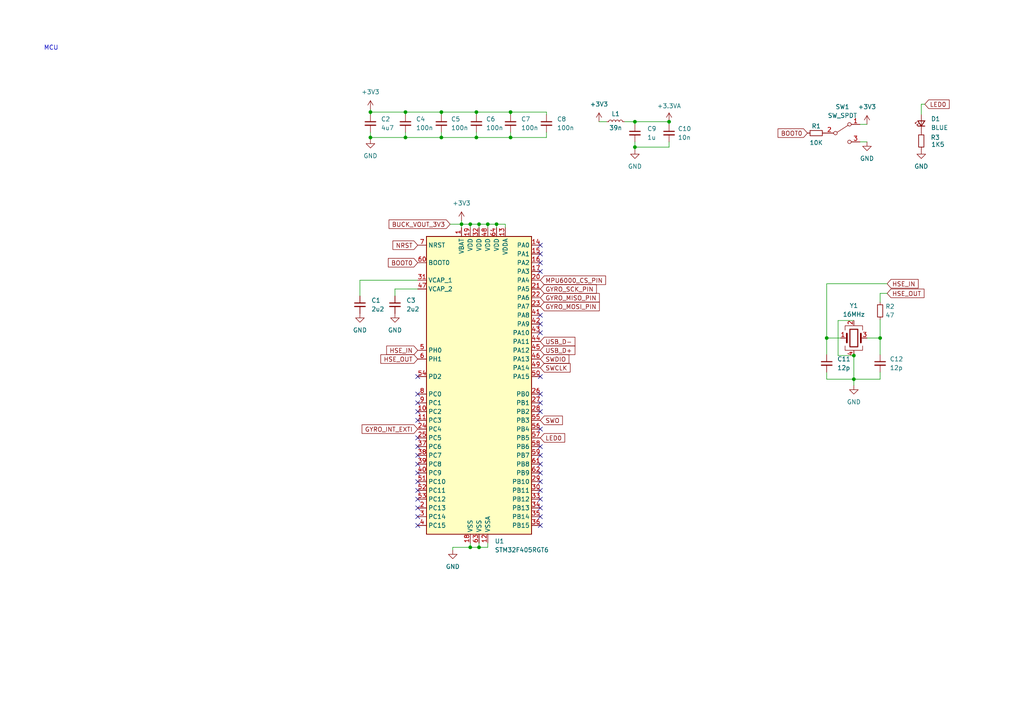
<source format=kicad_sch>
(kicad_sch (version 20211123) (generator eeschema)
  (paper "A4")
  (lib_symbols
    (symbol "Device:C_Small" (pin_numbers hide) (pin_names (offset 0.254) hide)
      (property "Reference" "C" (at 0.254 1.778 0))
      (property "Value" "C_Small" (at 0.254 -2.032 0))
      (symbol "C_Small_0_1"
        (polyline (pts (xy -1.524 -0.508) (xy 1.524 -0.508)) (stroke (width 0.3302)))
        (polyline (pts (xy -1.524 0.508) (xy 1.524 0.508)) (stroke (width 0.3048)))
      )
      (symbol "C_Small_1_1"
        (pin passive line (at 0 2.54 270) (length 2.032) (name "~") (number "1"))
        (pin passive line (at 0 -2.54 90) (length 2.032) (name "~") (number "2"))
      )
    )
    (symbol "Device:Crystal_GND24" (pin_names (offset 1.016) hide)
      (property "Reference" "Y" (at 3.175 5.08 0))
      (property "Value" "Crystal_GND24" (at 3.175 3.175 0))
      (symbol "Crystal_GND24_0_1"
        (rectangle (start -1.143 2.54) (end 1.143 -2.54) (stroke (width 0.3048)))
        (polyline (pts (xy -2.54 0) (xy -2.032 0)))
        (polyline (pts (xy -2.032 -1.27) (xy -2.032 1.27)) (stroke (width 0.508)))
        (polyline (pts (xy 0 -3.81) (xy 0 -3.556)))
        (polyline (pts (xy 0 3.556) (xy 0 3.81)))
        (polyline (pts (xy 2.032 -1.27) (xy 2.032 1.27)) (stroke (width 0.508)))
        (polyline (pts (xy 2.032 0) (xy 2.54 0)))
        (polyline (pts (xy -2.54 -2.286) (xy -2.54 -3.556) (xy 2.54 -3.556) (xy 2.54 -2.286)))
        (polyline (pts (xy -2.54 2.286) (xy -2.54 3.556) (xy 2.54 3.556) (xy 2.54 2.286)))
      )
      (symbol "Crystal_GND24_1_1"
        (pin passive line (at -3.81 0 0) (length 1.27) (name "1") (number "1"))
        (pin passive line (at 0 5.08 270) (length 1.27) (name "2") (number "2"))
        (pin passive line (at 3.81 0 180) (length 1.27) (name "3") (number "3"))
        (pin passive line (at 0 -5.08 90) (length 1.27) (name "4") (number "4"))
      )
    )
    (symbol "Device:LED_Small" (pin_numbers hide) (pin_names (offset 0.254) hide)
      (property "Reference" "D" (at -1.27 3.175 0))
      (property "Value" "LED_Small" (at -4.445 -2.54 0))
      (symbol "LED_Small_0_1"
        (polyline (pts (xy -0.762 -1.016) (xy -0.762 1.016)) (stroke (width 0.254)))
        (polyline (pts (xy 1.016 0) (xy -0.762 0)))
        (polyline (pts (xy 0.762 -1.016) (xy -0.762 0) (xy 0.762 1.016) (xy 0.762 -1.016)) (stroke (width 0.254)))
        (polyline (pts (xy 0 0.762) (xy -0.508 1.27) (xy -0.254 1.27) (xy -0.508 1.27) (xy -0.508 1.016)))
        (polyline (pts (xy 0.508 1.27) (xy 0 1.778) (xy 0.254 1.778) (xy 0 1.778) (xy 0 1.524)))
      )
      (symbol "LED_Small_1_1"
        (pin passive line (at -2.54 0 0) (length 1.778) (name "K") (number "1"))
        (pin passive line (at 2.54 0 180) (length 1.778) (name "A") (number "2"))
      )
    )
    (symbol "Device:L_Small" (pin_numbers hide) (pin_names (offset 0.254) hide)
      (property "Reference" "L" (at 0.762 1.016 0))
      (property "Value" "L_Small" (at 0.762 -1.016 0))
      (symbol "L_Small_0_1"
        (arc (start 0 -2.032) (mid 0.508 -1.524) (end 0 -1.016))
        (arc (start 0 -1.016) (mid 0.508 -0.508) (end 0 0))
        (arc (start 0 0) (mid 0.508 0.508) (end 0 1.016))
        (arc (start 0 1.016) (mid 0.508 1.524) (end 0 2.032))
      )
      (symbol "L_Small_1_1"
        (pin passive line (at 0 2.54 270) (length 0.508) (name "~") (number "1"))
        (pin passive line (at 0 -2.54 90) (length 0.508) (name "~") (number "2"))
      )
    )
    (symbol "Device:R_Small" (pin_numbers hide) (pin_names (offset 0.254) hide)
      (property "Reference" "R" (at 0.762 0.508 0))
      (property "Value" "R_Small" (at 0.762 -1.016 0))
      (symbol "R_Small_0_1"
        (rectangle (start -0.762 1.778) (end 0.762 -1.778) (stroke (width 0.2032)))
      )
      (symbol "R_Small_1_1"
        (pin passive line (at 0 2.54 270) (length 0.762) (name "~") (number "1"))
        (pin passive line (at 0 -2.54 90) (length 0.762) (name "~") (number "2"))
      )
    )
    (symbol "MCU_ST_STM32F4:STM32F405RGTx"
      (property "Reference" "U" (at -15.24 44.45 0))
      (property "Value" "STM32F405RGTx" (at 10.16 44.45 0))
      (symbol "STM32F405RGTx_0_1"
        (rectangle (start -15.24 -43.18) (end 15.24 43.18) (stroke (width 0.254)) (fill (type background)))
      )
      (symbol "STM32F405RGTx_1_1"
        (pin power_in line (at -5.08 45.72 270) (length 2.54) (name "VBAT") (number "1"))
        (pin bidirectional line (at -17.78 -7.62 0) (length 2.54) (name "PC2") (number "10"))
        (pin bidirectional line (at -17.78 -10.16 0) (length 2.54) (name "PC3") (number "11"))
        (pin power_in line (at 2.54 -45.72 90) (length 2.54) (name "VSSA") (number "12"))
        (pin power_in line (at 7.62 45.72 270) (length 2.54) (name "VDDA") (number "13"))
        (pin bidirectional line (at 17.78 40.64 180) (length 2.54) (name "PA0") (number "14"))
        (pin bidirectional line (at 17.78 38.1 180) (length 2.54) (name "PA1") (number "15"))
        (pin bidirectional line (at 17.78 35.56 180) (length 2.54) (name "PA2") (number "16"))
        (pin bidirectional line (at 17.78 33.02 180) (length 2.54) (name "PA3") (number "17"))
        (pin power_in line (at -2.54 -45.72 90) (length 2.54) (name "VSS") (number "18"))
        (pin power_in line (at -2.54 45.72 270) (length 2.54) (name "VDD") (number "19"))
        (pin bidirectional line (at -17.78 -35.56 0) (length 2.54) (name "PC13") (number "2"))
        (pin bidirectional line (at 17.78 30.48 180) (length 2.54) (name "PA4") (number "20"))
        (pin bidirectional line (at 17.78 27.94 180) (length 2.54) (name "PA5") (number "21"))
        (pin bidirectional line (at 17.78 25.4 180) (length 2.54) (name "PA6") (number "22"))
        (pin bidirectional line (at 17.78 22.86 180) (length 2.54) (name "PA7") (number "23"))
        (pin bidirectional line (at -17.78 -12.7 0) (length 2.54) (name "PC4") (number "24"))
        (pin bidirectional line (at -17.78 -15.24 0) (length 2.54) (name "PC5") (number "25"))
        (pin bidirectional line (at 17.78 -2.54 180) (length 2.54) (name "PB0") (number "26"))
        (pin bidirectional line (at 17.78 -5.08 180) (length 2.54) (name "PB1") (number "27"))
        (pin bidirectional line (at 17.78 -7.62 180) (length 2.54) (name "PB2") (number "28"))
        (pin bidirectional line (at 17.78 -27.94 180) (length 2.54) (name "PB10") (number "29"))
        (pin bidirectional line (at -17.78 -38.1 0) (length 2.54) (name "PC14") (number "3"))
        (pin bidirectional line (at 17.78 -30.48 180) (length 2.54) (name "PB11") (number "30"))
        (pin power_in line (at -17.78 30.48 0) (length 2.54) (name "VCAP_1") (number "31"))
        (pin power_in line (at 0 45.72 270) (length 2.54) (name "VDD") (number "32"))
        (pin bidirectional line (at 17.78 -33.02 180) (length 2.54) (name "PB12") (number "33"))
        (pin bidirectional line (at 17.78 -35.56 180) (length 2.54) (name "PB13") (number "34"))
        (pin bidirectional line (at 17.78 -38.1 180) (length 2.54) (name "PB14") (number "35"))
        (pin bidirectional line (at 17.78 -40.64 180) (length 2.54) (name "PB15") (number "36"))
        (pin bidirectional line (at -17.78 -17.78 0) (length 2.54) (name "PC6") (number "37"))
        (pin bidirectional line (at -17.78 -20.32 0) (length 2.54) (name "PC7") (number "38"))
        (pin bidirectional line (at -17.78 -22.86 0) (length 2.54) (name "PC8") (number "39"))
        (pin bidirectional line (at -17.78 -40.64 0) (length 2.54) (name "PC15") (number "4"))
        (pin bidirectional line (at -17.78 -25.4 0) (length 2.54) (name "PC9") (number "40"))
        (pin bidirectional line (at 17.78 20.32 180) (length 2.54) (name "PA8") (number "41"))
        (pin bidirectional line (at 17.78 17.78 180) (length 2.54) (name "PA9") (number "42"))
        (pin bidirectional line (at 17.78 15.24 180) (length 2.54) (name "PA10") (number "43"))
        (pin bidirectional line (at 17.78 12.7 180) (length 2.54) (name "PA11") (number "44"))
        (pin bidirectional line (at 17.78 10.16 180) (length 2.54) (name "PA12") (number "45"))
        (pin bidirectional line (at 17.78 7.62 180) (length 2.54) (name "PA13") (number "46"))
        (pin power_in line (at -17.78 27.94 0) (length 2.54) (name "VCAP_2") (number "47"))
        (pin power_in line (at 2.54 45.72 270) (length 2.54) (name "VDD") (number "48"))
        (pin bidirectional line (at 17.78 5.08 180) (length 2.54) (name "PA14") (number "49"))
        (pin input line (at -17.78 10.16 0) (length 2.54) (name "PH0") (number "5"))
        (pin bidirectional line (at 17.78 2.54 180) (length 2.54) (name "PA15") (number "50"))
        (pin bidirectional line (at -17.78 -27.94 0) (length 2.54) (name "PC10") (number "51"))
        (pin bidirectional line (at -17.78 -30.48 0) (length 2.54) (name "PC11") (number "52"))
        (pin bidirectional line (at -17.78 -33.02 0) (length 2.54) (name "PC12") (number "53"))
        (pin bidirectional line (at -17.78 2.54 0) (length 2.54) (name "PD2") (number "54"))
        (pin bidirectional line (at 17.78 -10.16 180) (length 2.54) (name "PB3") (number "55"))
        (pin bidirectional line (at 17.78 -12.7 180) (length 2.54) (name "PB4") (number "56"))
        (pin bidirectional line (at 17.78 -15.24 180) (length 2.54) (name "PB5") (number "57"))
        (pin bidirectional line (at 17.78 -17.78 180) (length 2.54) (name "PB6") (number "58"))
        (pin bidirectional line (at 17.78 -20.32 180) (length 2.54) (name "PB7") (number "59"))
        (pin input line (at -17.78 7.62 0) (length 2.54) (name "PH1") (number "6"))
        (pin input line (at -17.78 35.56 0) (length 2.54) (name "BOOT0") (number "60"))
        (pin bidirectional line (at 17.78 -22.86 180) (length 2.54) (name "PB8") (number "61"))
        (pin bidirectional line (at 17.78 -25.4 180) (length 2.54) (name "PB9") (number "62"))
        (pin power_in line (at 0 -45.72 90) (length 2.54) (name "VSS") (number "63"))
        (pin power_in line (at 5.08 45.72 270) (length 2.54) (name "VDD") (number "64"))
        (pin input line (at -17.78 40.64 0) (length 2.54) (name "NRST") (number "7"))
        (pin bidirectional line (at -17.78 -2.54 0) (length 2.54) (name "PC0") (number "8"))
        (pin bidirectional line (at -17.78 -5.08 0) (length 2.54) (name "PC1") (number "9"))
      )
    )
    (symbol "Switch:SW_SPDT" (pin_names (offset 0) hide)
      (property "Reference" "SW" (at 0 4.318 0))
      (property "Value" "SW_SPDT" (at 0 -5.08 0))
      (symbol "SW_SPDT_0_0"
        (circle (center -2.032 0) (radius 0.508))
        (circle (center 2.032 -2.54) (radius 0.508))
      )
      (symbol "SW_SPDT_0_1"
        (polyline (pts (xy -1.524 0.254) (xy 1.651 2.286)))
        (circle (center 2.032 2.54) (radius 0.508))
      )
      (symbol "SW_SPDT_1_1"
        (pin passive line (at 5.08 2.54 180) (length 2.54) (name "A") (number "1"))
        (pin passive line (at -5.08 0 0) (length 2.54) (name "B") (number "2"))
        (pin passive line (at 5.08 -2.54 180) (length 2.54) (name "C") (number "3"))
      )
    )
    (symbol "power:+3.3V" (power) (pin_names (offset 0))
      (property "Value" "+3.3V" (at 0 3.556 0))
      (symbol "+3.3V_0_1"
        (polyline (pts (xy -0.762 1.27) (xy 0 2.54)))
        (polyline (pts (xy 0 0) (xy 0 2.54)))
        (polyline (pts (xy 0 2.54) (xy 0.762 1.27)))
      )
      (symbol "+3.3V_1_1"
        (pin power_in line (at 0 0 90) (length 0) hide (name "+3V3") (number "1"))
      )
    )
    (symbol "power:+3.3VA" (power) (pin_names (offset 0))
      (property "Value" "+3.3VA" (at 0 3.556 0))
      (symbol "+3.3VA_0_1"
        (polyline (pts (xy -0.762 1.27) (xy 0 2.54)))
        (polyline (pts (xy 0 0) (xy 0 2.54)))
        (polyline (pts (xy 0 2.54) (xy 0.762 1.27)))
      )
      (symbol "+3.3VA_1_1"
        (pin power_in line (at 0 0 90) (length 0) hide (name "+3.3VA") (number "1"))
      )
    )
    (symbol "power:GND" (power) (pin_names (offset 0))
      (property "Value" "GND" (at 0 -3.81 0))
      (symbol "GND_0_1"
        (polyline (pts (xy 0 0) (xy 0 -1.27) (xy 1.27 -1.27) (xy 0 -2.54) (xy -1.27 -1.27) (xy 0 -1.27)))
      )
      (symbol "GND_1_1"
        (pin power_in line (at 0 0 270) (length 0) hide (name "GND") (number "1"))
      )
    )
  )
  (junction (at 128.016 32.512))
  (junction (at 148.082 39.878))
  (junction (at 247.65 103.124))
  (junction (at 107.442 32.512))
  (junction (at 141.478 65.024))
  (junction (at 184.15 42.672))
  (junction (at 247.65 109.982))
  (junction (at 117.602 32.512))
  (junction (at 255.27 98.044))
  (junction (at 138.176 39.878))
  (junction (at 136.398 65.024))
  (junction (at 148.082 32.512))
  (junction (at 133.858 65.024))
  (junction (at 128.016 39.878))
  (junction (at 184.15 35.306))
  (junction (at 136.398 158.75))
  (junction (at 138.176 32.512))
  (junction (at 239.776 98.044))
  (junction (at 107.442 39.878))
  (junction (at 117.602 39.878))
  (junction (at 138.938 65.024))
  (junction (at 194.056 35.306))
  (junction (at 138.938 158.75))
  (junction (at 144.018 65.024))
  (no_connect (at 156.718 96.52))
  (no_connect (at 156.718 91.44))
  (no_connect (at 156.718 76.2))
  (no_connect (at 121.158 132.08))
  (no_connect (at 156.718 93.98))
  (no_connect (at 156.718 114.3))
  (no_connect (at 156.718 129.54))
  (no_connect (at 156.718 116.84))
  (no_connect (at 156.718 134.62))
  (no_connect (at 156.718 73.66))
  (no_connect (at 121.158 144.78))
  (no_connect (at 121.158 149.86))
  (no_connect (at 121.158 116.84))
  (no_connect (at 156.718 124.46))
  (no_connect (at 121.158 139.7))
  (no_connect (at 156.718 152.4))
  (no_connect (at 121.158 142.24))
  (no_connect (at 156.718 149.86))
  (no_connect (at 121.158 119.38))
  (no_connect (at 156.718 78.74))
  (no_connect (at 156.718 139.7))
  (no_connect (at 121.158 121.92))
  (no_connect (at 156.718 71.12))
  (no_connect (at 121.158 127))
  (no_connect (at 121.158 147.32))
  (no_connect (at 121.158 114.3))
  (no_connect (at 156.718 132.08))
  (no_connect (at 121.158 152.4))
  (no_connect (at 156.718 119.38))
  (no_connect (at 156.718 137.16))
  (no_connect (at 156.718 144.78))
  (no_connect (at 121.158 129.54))
  (no_connect (at 156.718 109.22))
  (no_connect (at 121.158 109.22))
  (no_connect (at 156.718 142.24))
  (no_connect (at 156.718 147.32))
  (no_connect (at 121.158 137.16))
  (no_connect (at 121.158 134.62))
  (wire (pts (xy 138.938 65.024) (xy 141.478 65.024)))
  (wire (pts (xy 239.776 82.296) (xy 239.776 98.044)))
  (wire (pts (xy 136.398 157.48) (xy 136.398 158.75)))
  (wire (pts (xy 138.176 32.512) (xy 148.082 32.512)))
  (wire (pts (xy 107.442 39.878) (xy 107.442 40.386)))
  (wire (pts (xy 138.176 38.354) (xy 138.176 39.878)))
  (wire (pts (xy 184.15 41.148) (xy 184.15 42.672)))
  (wire (pts (xy 107.442 39.878) (xy 117.602 39.878)))
  (wire (pts (xy 107.442 32.512) (xy 107.442 33.274)))
  (wire (pts (xy 239.776 107.95) (xy 239.776 109.982)))
  (wire (pts (xy 128.016 39.878) (xy 138.176 39.878)))
  (wire (pts (xy 239.776 98.044) (xy 239.776 102.87)))
  (wire (pts (xy 121.158 81.28) (xy 104.394 81.28)))
  (wire (pts (xy 107.442 38.354) (xy 107.442 39.878)))
  (wire (pts (xy 184.15 35.306) (xy 184.15 36.068)))
  (wire (pts (xy 130.556 65.024) (xy 133.858 65.024)))
  (wire (pts (xy 255.27 98.044) (xy 255.27 102.87)))
  (wire (pts (xy 243.078 92.964) (xy 243.078 103.124)))
  (wire (pts (xy 255.27 109.982) (xy 255.27 107.95)))
  (wire (pts (xy 133.858 64.008) (xy 133.858 65.024)))
  (wire (pts (xy 128.016 33.274) (xy 128.016 32.512)))
  (wire (pts (xy 141.478 65.024) (xy 144.018 65.024)))
  (wire (pts (xy 158.496 38.354) (xy 158.496 39.878)))
  (wire (pts (xy 158.496 33.274) (xy 158.496 32.512)))
  (wire (pts (xy 194.056 36.068) (xy 194.056 35.306)))
  (wire (pts (xy 239.776 109.982) (xy 247.65 109.982)))
  (wire (pts (xy 136.398 65.024) (xy 138.938 65.024)))
  (wire (pts (xy 117.602 39.878) (xy 117.602 38.354)))
  (wire (pts (xy 255.27 92.71) (xy 255.27 98.044)))
  (wire (pts (xy 181.102 35.306) (xy 184.15 35.306)))
  (wire (pts (xy 247.65 103.124) (xy 247.65 109.982)))
  (wire (pts (xy 144.018 65.024) (xy 144.018 66.04)))
  (wire (pts (xy 138.938 157.48) (xy 138.938 158.75)))
  (wire (pts (xy 243.078 103.124) (xy 247.65 103.124)))
  (wire (pts (xy 184.15 42.672) (xy 194.056 42.672)))
  (wire (pts (xy 117.602 33.274) (xy 117.602 32.512)))
  (wire (pts (xy 133.858 65.024) (xy 136.398 65.024)))
  (wire (pts (xy 104.394 81.28) (xy 104.394 85.852)))
  (wire (pts (xy 131.318 158.75) (xy 131.318 159.512)))
  (wire (pts (xy 117.602 39.878) (xy 128.016 39.878)))
  (wire (pts (xy 239.776 98.044) (xy 243.84 98.044)))
  (wire (pts (xy 158.496 39.878) (xy 148.082 39.878)))
  (wire (pts (xy 148.082 32.512) (xy 148.082 33.274)))
  (wire (pts (xy 146.558 66.04) (xy 146.558 65.024)))
  (wire (pts (xy 141.478 157.48) (xy 141.478 158.75)))
  (wire (pts (xy 138.176 33.274) (xy 138.176 32.512)))
  (wire (pts (xy 138.176 39.878) (xy 148.082 39.878)))
  (wire (pts (xy 141.478 65.024) (xy 141.478 66.04)))
  (wire (pts (xy 255.27 85.09) (xy 255.27 87.63)))
  (wire (pts (xy 128.016 32.512) (xy 138.176 32.512)))
  (wire (pts (xy 194.056 42.672) (xy 194.056 41.148)))
  (wire (pts (xy 239.776 82.296) (xy 257.302 82.296)))
  (wire (pts (xy 136.398 158.75) (xy 138.938 158.75)))
  (wire (pts (xy 173.736 35.306) (xy 176.022 35.306)))
  (wire (pts (xy 138.938 65.024) (xy 138.938 66.04)))
  (wire (pts (xy 267.208 30.226) (xy 268.224 30.226)))
  (wire (pts (xy 117.602 32.512) (xy 128.016 32.512)))
  (wire (pts (xy 133.858 65.024) (xy 133.858 66.04)))
  (wire (pts (xy 247.65 111.76) (xy 247.65 109.982)))
  (wire (pts (xy 146.558 65.024) (xy 144.018 65.024)))
  (wire (pts (xy 267.208 33.274) (xy 267.208 30.226)))
  (wire (pts (xy 148.082 39.878) (xy 148.082 38.354)))
  (wire (pts (xy 158.496 32.512) (xy 148.082 32.512)))
  (wire (pts (xy 249.428 36.068) (xy 251.46 36.068)))
  (wire (pts (xy 114.554 83.82) (xy 114.554 85.852)))
  (wire (pts (xy 107.442 32.512) (xy 117.602 32.512)))
  (wire (pts (xy 255.27 85.09) (xy 257.302 85.09)))
  (wire (pts (xy 251.46 98.044) (xy 255.27 98.044)))
  (wire (pts (xy 184.15 42.672) (xy 184.15 43.434)))
  (wire (pts (xy 247.65 92.964) (xy 243.078 92.964)))
  (wire (pts (xy 107.442 31.75) (xy 107.442 32.512)))
  (wire (pts (xy 136.398 65.024) (xy 136.398 66.04)))
  (wire (pts (xy 138.938 158.75) (xy 141.478 158.75)))
  (wire (pts (xy 131.318 158.75) (xy 136.398 158.75)))
  (wire (pts (xy 247.65 109.982) (xy 255.27 109.982)))
  (wire (pts (xy 194.056 35.306) (xy 184.15 35.306)))
  (wire (pts (xy 121.158 83.82) (xy 114.554 83.82)))
  (wire (pts (xy 128.016 38.354) (xy 128.016 39.878)))
  (wire (pts (xy 249.428 41.148) (xy 251.46 41.148)))
  (text "MCU\n" (at 12.7 14.732 0) (effects (font (size 1.27 1.27)) (justify left bottom)))
  (global_label "NRST" (shape input) (at 121.158 71.12 180) (property "Intersheet References" "${INTERSHEET_REFS}" (effects hide)))
  (global_label "SWDIO" (shape input) (at 156.718 104.14 0) (property "Intersheet References" "${INTERSHEET_REFS}" (effects hide)))
  (global_label "HSE_IN" (shape input) (at 257.302 82.296 0) (property "Intersheet References" "${INTERSHEET_REFS}" (effects hide)))
  (global_label "USB_D-" (shape input) (at 156.718 99.06 0) (property "Intersheet References" "${INTERSHEET_REFS}" (effects hide)))
  (global_label "HSE_OUT" (shape input) (at 121.158 104.14 180) (property "Intersheet References" "${INTERSHEET_REFS}" (effects hide)))
  (global_label "LED0" (shape input) (at 268.224 30.226 0) (property "Intersheet References" "${INTERSHEET_REFS}" (effects hide)))
  (global_label "SWO" (shape input) (at 156.718 121.92 0) (property "Intersheet References" "${INTERSHEET_REFS}" (effects hide)))
  (global_label "GYRO_MOSI_PIN" (shape input) (at 156.718 88.9 0) (property "Intersheet References" "${INTERSHEET_REFS}" (effects hide)))
  (global_label "HSE_IN" (shape input) (at 121.158 101.6 180) (property "Intersheet References" "${INTERSHEET_REFS}" (effects hide)))
  (global_label "SWCLK" (shape input) (at 156.718 106.68 0) (property "Intersheet References" "${INTERSHEET_REFS}" (effects hide)))
  (global_label "USB_D+" (shape input) (at 156.718 101.6 0) (property "Intersheet References" "${INTERSHEET_REFS}" (effects hide)))
  (global_label "BOOT0" (shape input) (at 121.158 76.2 180) (property "Intersheet References" "${INTERSHEET_REFS}" (effects hide)))
  (global_label "HSE_OUT" (shape input) (at 257.302 85.09 0) (property "Intersheet References" "${INTERSHEET_REFS}" (effects hide)))
  (global_label "GYRO_INT_EXTI" (shape input) (at 121.158 124.46 180) (property "Intersheet References" "${INTERSHEET_REFS}" (effects hide)))
  (global_label "BOOT0" (shape input) (at 234.188 38.608 180) (property "Intersheet References" "${INTERSHEET_REFS}" (effects hide)))
  (global_label "LED0" (shape input) (at 156.718 127 0) (property "Intersheet References" "${INTERSHEET_REFS}" (effects hide)))
  (global_label "GYRO_MISO_PIN" (shape input) (at 156.718 86.36 0) (property "Intersheet References" "${INTERSHEET_REFS}" (effects hide)))
  (global_label "MPU6000_CS_PIN" (shape input) (at 156.718 81.28 0) (property "Intersheet References" "${INTERSHEET_REFS}" (effects hide)))
  (global_label "GYRO_SCK_PIN" (shape input) (at 156.718 83.82 0) (property "Intersheet References" "${INTERSHEET_REFS}" (effects hide)))
  (global_label "BUCK_VOUT_3V3" (shape input) (at 130.556 65.024 180) (property "Intersheet References" "${INTERSHEET_REFS}" (effects hide)))
  (symbol (lib_id "Device:C_Small") (at 114.554 88.392 0) (unit 1)
    (property "Reference" "C3" (at 117.856 87.1282 0) (effects (justify left)))
    (property "Value" "2u2" (at 117.856 89.6682 0) (effects (justify left)))
    (property "Footprint" "Capacitor_SMD:C_0603_1608Metric" (effects hide))
    (property "LCSC Part #" "C23630" (effects hide))
  )
  (symbol (lib_id "Device:L_Small") (at 178.562 35.306 90) (unit 1)
    (property "Reference" "L1" (at 178.562 33.02 90))
    (property "Value" "39n" (at 178.562 37.084 90))
    (property "Footprint" "Inductor_SMD:L_0402_1005Metric" (effects hide))
    (property "Datasheet" "https://jlcpcb.com/parts/componentSearch?isSearch=true&searchTxt=39nH%200402" (effects hide))
    (property "LCSC Part #" "C26443" (effects hide))
  )
  (symbol (lib_id "power:+3.3VA") (at 194.056 35.306 0) (unit 1)
    (property "Reference" "#PWR09" (effects hide))
    (property "Value" "+3.3VA" (at 194.056 30.734 0))
  )
  (symbol (lib_id "Device:C_Small") (at 158.496 35.814 0) (unit 1)
    (property "Reference" "C8" (at 161.544 34.5502 0) (effects (justify left)))
    (property "Value" "100n" (at 161.544 37.0902 0) (effects (justify left)))
    (property "Footprint" "Capacitor_SMD:C_0402_1005Metric" (effects hide))
    (property "LCSC Part #" "C307331" (effects hide))
  )
  (symbol (lib_id "power:GND") (at 247.65 111.76 0) (unit 1)
    (property "Reference" "#PWR010" (effects hide))
    (property "Value" "GND" (at 247.65 116.586 0))
  )
  (symbol (lib_id "power:GND") (at 107.442 40.386 0) (unit 1)
    (property "Reference" "#PWR03" (effects hide))
    (property "Value" "GND" (at 107.442 45.212 0))
  )
  (symbol (lib_id "power:GND") (at 251.46 41.148 0) (unit 1)
    (property "Reference" "#PWR012" (effects hide))
    (property "Value" "GND" (at 251.46 45.974 0))
  )
  (symbol (lib_id "power:GND") (at 114.554 90.932 0) (unit 1)
    (property "Reference" "#PWR04" (effects hide))
    (property "Value" "GND" (at 114.554 95.758 0))
  )
  (symbol (lib_id "Device:C_Small") (at 117.602 35.814 0) (unit 1)
    (property "Reference" "C4" (at 120.65 34.5502 0) (effects (justify left)))
    (property "Value" "100n" (at 120.65 37.0902 0) (effects (justify left)))
    (property "Footprint" "Capacitor_SMD:C_0402_1005Metric" (effects hide))
    (property "LCSC Part #" "C307331" (effects hide))
  )
  (symbol (lib_id "Switch:SW_SPDT") (at 244.348 38.608 0) (unit 1)
    (property "Reference" "SW1" (at 244.348 30.988 0))
    (property "Value" "SW_SPDT" (at 244.348 33.528 0))
    (property "Footprint" "Button_Switch_SMD:SW_SPDT_PCM12" (effects hide))
  )
  (symbol (lib_id "Device:R_Small") (at 255.27 90.17 0) (unit 1)
    (property "Reference" "R2" (at 256.794 88.8999 0) (effects (justify left)))
    (property "Value" "47" (at 256.794 91.4399 0) (effects (justify left)))
    (property "Footprint" "Resistor_SMD:R_0402_1005Metric" (effects hide))
    (property "LCSC Part #" "C25792" (effects hide))
  )
  (symbol (lib_id "power:+3.3V") (at 251.46 36.068 0) (unit 1)
    (property "Reference" "#PWR011" (effects hide))
    (property "Value" "+3.3V" (at 251.46 30.988 0))
  )
  (symbol (lib_id "power:GND") (at 267.208 43.434 0) (unit 1)
    (property "Reference" "#PWR013" (effects hide))
    (property "Value" "GND" (at 267.208 48.26 0))
  )
  (symbol (lib_id "power:+3.3V") (at 107.442 31.75 0) (unit 1)
    (property "Reference" "#PWR02" (effects hide))
    (property "Value" "+3.3V" (at 107.442 26.67 0))
  )
  (symbol (lib_id "Device:Crystal_GND24") (at 247.65 98.044 0) (unit 1)
    (property "Reference" "Y1" (at 247.65 88.646 0))
    (property "Value" "16MHz" (at 247.65 91.186 0))
    (property "Footprint" "Crystal:Crystal_SMD_3225-4Pin_3.2x2.5mm" (effects hide))
    (property "LCSC Part #" "C13738" (effects hide))
  )
  (symbol (lib_id "power:+3.3V") (at 133.858 64.008 0) (unit 1)
    (property "Reference" "#PWR06" (effects hide))
    (property "Value" "+3.3V" (at 133.858 58.928 0))
  )
  (symbol (lib_id "power:+3.3V") (at 173.736 35.306 0) (unit 1)
    (property "Reference" "#PWR07" (effects hide))
    (property "Value" "+3.3V" (at 173.736 30.226 0))
  )
  (symbol (lib_id "Device:C_Small") (at 104.394 88.392 0) (unit 1)
    (property "Reference" "C1" (at 107.696 87.1282 0) (effects (justify left)))
    (property "Value" "2u2" (at 107.696 89.6682 0) (effects (justify left)))
    (property "Footprint" "Capacitor_SMD:C_0603_1608Metric" (effects hide))
    (property "LCSC Part #" "C23630" (effects hide))
  )
  (symbol (lib_id "Device:R_Small") (at 236.728 38.608 90) (unit 1)
    (property "Reference" "R1" (at 236.728 36.576 90))
    (property "Value" "10K" (at 236.728 41.402 90))
    (property "Footprint" "Resistor_SMD:R_0402_1005Metric" (effects hide))
    (property "LCSC Part #" "C25744" (effects hide))
  )
  (symbol (lib_id "power:GND") (at 131.318 159.512 0) (unit 1)
    (property "Reference" "#PWR05" (effects hide))
    (property "Value" "GND" (at 131.318 164.338 0))
  )
  (symbol (lib_id "Device:C_Small") (at 148.082 35.814 0) (unit 1)
    (property "Reference" "C7" (at 151.13 34.5502 0) (effects (justify left)))
    (property "Value" "100n" (at 151.13 37.0902 0) (effects (justify left)))
    (property "Footprint" "Capacitor_SMD:C_0402_1005Metric" (effects hide))
    (property "LCSC Part #" "C307331" (effects hide))
  )
  (symbol (lib_id "Device:LED_Small") (at 267.208 35.814 90) (unit 1)
    (property "Reference" "D1" (at 270.002 34.4804 90) (effects (justify right)))
    (property "Value" "BLUE" (at 270.002 37.0204 90) (effects (justify right)))
    (property "Footprint" "LED_SMD:LED_0603_1608Metric" (effects hide))
    (property "Datasheet" "https://jlcpcb.com/parts/componentSearch?isSearch=true&searchTxt=12pf%200402" (effects hide))
    (property "LCSC Part #" "C72041" (effects hide))
  )
  (symbol (lib_id "Device:C_Small") (at 184.15 38.608 0) (unit 1)
    (property "Reference" "C9" (at 187.706 37.3442 0) (effects (justify left)))
    (property "Value" "1u" (at 187.706 39.8842 0) (effects (justify left)))
    (property "Footprint" "Capacitor_SMD:C_0402_1005Metric" (effects hide))
    (property "LCSC Part #" "C52923" (effects hide))
  )
  (symbol (lib_id "Device:C_Small") (at 138.176 35.814 0) (unit 1)
    (property "Reference" "C6" (at 140.97 34.5502 0) (effects (justify left)))
    (property "Value" "100n" (at 140.97 37.0902 0) (effects (justify left)))
    (property "Footprint" "Capacitor_SMD:C_0402_1005Metric" (effects hide))
    (property "LCSC Part #" "C307331" (effects hide))
  )
  (symbol (lib_id "Device:C_Small") (at 128.016 35.814 0) (unit 1)
    (property "Reference" "C5" (at 130.81 34.5502 0) (effects (justify left)))
    (property "Value" "100n" (at 130.81 37.0902 0) (effects (justify left)))
    (property "Footprint" "Capacitor_SMD:C_0402_1005Metric" (effects hide))
    (property "LCSC Part #" "C307331" (effects hide))
  )
  (symbol (lib_id "power:GND") (at 184.15 43.434 0) (unit 1)
    (property "Reference" "#PWR08" (effects hide))
    (property "Value" "GND" (at 184.15 48.26 0))
  )
  (symbol (lib_id "Device:R_Small") (at 267.208 40.894 180) (unit 1)
    (property "Reference" "R3" (at 271.272 39.878 0))
    (property "Value" "1K5" (at 272.034 41.91 0))
    (property "Footprint" "Resistor_SMD:R_0603_1608Metric" (effects hide))
    (property "LCSC Part #" "C22843" (effects hide))
  )
  (symbol (lib_id "power:GND") (at 104.394 90.932 0) (unit 1)
    (property "Reference" "#PWR01" (effects hide))
    (property "Value" "GND" (at 104.394 95.758 0))
  )
  (symbol (lib_id "Device:C_Small") (at 107.442 35.814 0) (unit 1)
    (property "Reference" "C2" (at 110.49 34.5502 0) (effects (justify left)))
    (property "Value" "4u7" (at 110.49 37.0902 0) (effects (justify left)))
    (property "Footprint" "Capacitor_SMD:C_0603_1608Metric" (effects hide))
    (property "LCSC Part #" "C19666" (effects hide))
  )
  (symbol (lib_id "Device:C_Small") (at 255.27 105.41 0) (unit 1)
    (property "Reference" "C12" (at 258.064 104.1462 0) (effects (justify left)))
    (property "Value" "12p" (at 258.064 106.6862 0) (effects (justify left)))
    (property "Footprint" "Capacitor_SMD:C_0402_1005Metric" (effects hide))
    (property "Datasheet" "https://jlcpcb.com/parts/componentSearch?isSearch=true&searchTxt=12pf%200402" (effects hide))
    (property "LCSC Part #" "C1547" (effects hide))
  )
  (symbol (lib_id "Device:C_Small") (at 194.056 38.608 0) (unit 1)
    (property "Reference" "C10" (at 196.596 37.3442 0) (effects (justify left)))
    (property "Value" "10n" (at 196.596 39.8842 0) (effects (justify left)))
    (property "Footprint" "Capacitor_SMD:C_0402_1005Metric" (effects hide))
    (property "Datasheet" "https://jlcpcb.com/parts/componentSearch?isSearch=true&searchTxt=10n%200406" (effects hide))
    (property "LCSC Part #" "C15195" (effects hide))
  )
  (symbol (lib_id "MCU_ST_STM32F4:STM32F405RGTx") (at 138.938 111.76 0) (unit 1)
    (property "Reference" "U1" (at 143.4974 156.972 0) (effects (justify left)))
    (property "Value" "STM32F405RGT6" (at 143.4974 159.512 0) (effects (justify left)))
    (property "Footprint" "Package_QFP:LQFP-64_10x10mm_P0.5mm" (effects hide))
    (property "Datasheet" "http://www.st.com/st-web-ui/static/active/en/resource/technical/document/datasheet/DM00037051.pdf" (effects hide))
  )
  (symbol (lib_id "Device:C_Small") (at 239.776 105.41 0) (unit 1)
    (property "Reference" "C11" (at 242.824 104.1462 0) (effects (justify left)))
    (property "Value" "12p" (at 242.824 106.6862 0) (effects (justify left)))
    (property "Footprint" "Capacitor_SMD:C_0402_1005Metric" (effects hide))
    (property "Datasheet" "https://jlcpcb.com/parts/componentSearch?isSearch=true&searchTxt=12pf%200402" (effects hide))
    (property "LCSC Part #" "C1547" (effects hide))
  )
)
</source>
